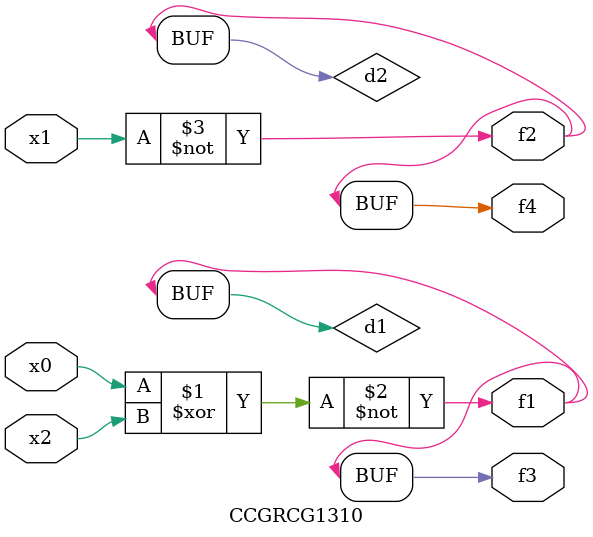
<source format=v>
module CCGRCG1310(
	input x0, x1, x2,
	output f1, f2, f3, f4
);

	wire d1, d2, d3;

	xnor (d1, x0, x2);
	nand (d2, x1);
	nor (d3, x1, x2);
	assign f1 = d1;
	assign f2 = d2;
	assign f3 = d1;
	assign f4 = d2;
endmodule

</source>
